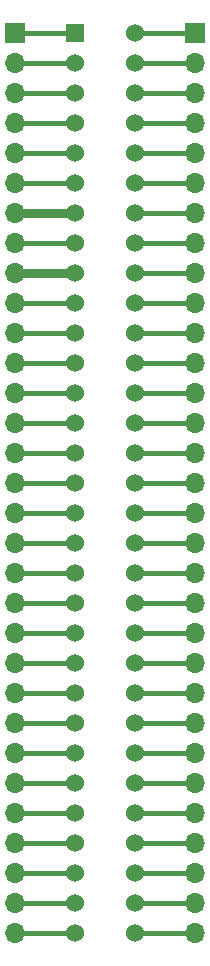
<source format=gbr>
%TF.GenerationSoftware,KiCad,Pcbnew,(5.1.8)-1*%
%TF.CreationDate,2020-12-26T11:11:33-07:00*%
%TF.ProjectId,ISA_BB,4953415f-4242-42e6-9b69-6361645f7063,rev?*%
%TF.SameCoordinates,Original*%
%TF.FileFunction,Copper,L2,Bot*%
%TF.FilePolarity,Positive*%
%FSLAX46Y46*%
G04 Gerber Fmt 4.6, Leading zero omitted, Abs format (unit mm)*
G04 Created by KiCad (PCBNEW (5.1.8)-1) date 2020-12-26 11:11:33*
%MOMM*%
%LPD*%
G01*
G04 APERTURE LIST*
%TA.AperFunction,ComponentPad*%
%ADD10O,1.700000X1.700000*%
%TD*%
%TA.AperFunction,ComponentPad*%
%ADD11R,1.700000X1.700000*%
%TD*%
%TA.AperFunction,ComponentPad*%
%ADD12R,1.524000X1.524000*%
%TD*%
%TA.AperFunction,ComponentPad*%
%ADD13C,1.524000*%
%TD*%
%TA.AperFunction,Conductor*%
%ADD14C,0.381000*%
%TD*%
%TA.AperFunction,Conductor*%
%ADD15C,0.762000*%
%TD*%
G04 APERTURE END LIST*
D10*
%TO.P,J1,31*%
%TO.N,Net-(J1-Pad31)*%
X160020000Y-137160000D03*
%TO.P,J1,30*%
%TO.N,Net-(J1-Pad30)*%
X160020000Y-134620000D03*
%TO.P,J1,29*%
%TO.N,Net-(J1-Pad29)*%
X160020000Y-132080000D03*
%TO.P,J1,28*%
%TO.N,Net-(J1-Pad28)*%
X160020000Y-129540000D03*
%TO.P,J1,27*%
%TO.N,Net-(J1-Pad27)*%
X160020000Y-127000000D03*
%TO.P,J1,26*%
%TO.N,Net-(J1-Pad26)*%
X160020000Y-124460000D03*
%TO.P,J1,25*%
%TO.N,Net-(J1-Pad25)*%
X160020000Y-121920000D03*
%TO.P,J1,24*%
%TO.N,Net-(J1-Pad24)*%
X160020000Y-119380000D03*
%TO.P,J1,23*%
%TO.N,Net-(J1-Pad23)*%
X160020000Y-116840000D03*
%TO.P,J1,22*%
%TO.N,Net-(J1-Pad22)*%
X160020000Y-114300000D03*
%TO.P,J1,21*%
%TO.N,Net-(J1-Pad21)*%
X160020000Y-111760000D03*
%TO.P,J1,20*%
%TO.N,Net-(J1-Pad20)*%
X160020000Y-109220000D03*
%TO.P,J1,19*%
%TO.N,Net-(J1-Pad19)*%
X160020000Y-106680000D03*
%TO.P,J1,18*%
%TO.N,Net-(J1-Pad18)*%
X160020000Y-104140000D03*
%TO.P,J1,17*%
%TO.N,Net-(J1-Pad17)*%
X160020000Y-101600000D03*
%TO.P,J1,16*%
%TO.N,Net-(J1-Pad16)*%
X160020000Y-99060000D03*
%TO.P,J1,15*%
%TO.N,Net-(J1-Pad15)*%
X160020000Y-96520000D03*
%TO.P,J1,14*%
%TO.N,Net-(J1-Pad14)*%
X160020000Y-93980000D03*
%TO.P,J1,13*%
%TO.N,Net-(J1-Pad13)*%
X160020000Y-91440000D03*
%TO.P,J1,12*%
%TO.N,Net-(J1-Pad12)*%
X160020000Y-88900000D03*
%TO.P,J1,11*%
%TO.N,Net-(J1-Pad11)*%
X160020000Y-86360000D03*
%TO.P,J1,10*%
%TO.N,Net-(J1-Pad10)*%
X160020000Y-83820000D03*
%TO.P,J1,9*%
%TO.N,Net-(J1-Pad9)*%
X160020000Y-81280000D03*
%TO.P,J1,8*%
%TO.N,Net-(J1-Pad8)*%
X160020000Y-78740000D03*
%TO.P,J1,7*%
%TO.N,Net-(J1-Pad7)*%
X160020000Y-76200000D03*
%TO.P,J1,6*%
%TO.N,Net-(J1-Pad6)*%
X160020000Y-73660000D03*
%TO.P,J1,5*%
%TO.N,Net-(J1-Pad5)*%
X160020000Y-71120000D03*
%TO.P,J1,4*%
%TO.N,Net-(J1-Pad4)*%
X160020000Y-68580000D03*
%TO.P,J1,3*%
%TO.N,Net-(J1-Pad3)*%
X160020000Y-66040000D03*
%TO.P,J1,2*%
%TO.N,Net-(J1-Pad2)*%
X160020000Y-63500000D03*
D11*
%TO.P,J1,1*%
%TO.N,Net-(J1-Pad1)*%
X160020000Y-60960000D03*
%TD*%
D12*
%TO.P,J2,1*%
%TO.N,Net-(J1-Pad1)*%
X165100000Y-60960000D03*
D13*
%TO.P,J2,2*%
%TO.N,Net-(J1-Pad2)*%
X165100000Y-63500000D03*
%TO.P,J2,3*%
%TO.N,Net-(J1-Pad3)*%
X165100000Y-66040000D03*
%TO.P,J2,4*%
%TO.N,Net-(J1-Pad4)*%
X165100000Y-68580000D03*
%TO.P,J2,5*%
%TO.N,Net-(J1-Pad5)*%
X165100000Y-71120000D03*
%TO.P,J2,6*%
%TO.N,Net-(J1-Pad6)*%
X165100000Y-73660000D03*
%TO.P,J2,7*%
%TO.N,Net-(J1-Pad7)*%
X165100000Y-76200000D03*
%TO.P,J2,8*%
%TO.N,Net-(J1-Pad8)*%
X165100000Y-78740000D03*
%TO.P,J2,9*%
%TO.N,Net-(J1-Pad9)*%
X165100000Y-81280000D03*
%TO.P,J2,10*%
%TO.N,Net-(J1-Pad10)*%
X165100000Y-83820000D03*
%TO.P,J2,11*%
%TO.N,Net-(J1-Pad11)*%
X165100000Y-86360000D03*
%TO.P,J2,12*%
%TO.N,Net-(J1-Pad12)*%
X165100000Y-88900000D03*
%TO.P,J2,13*%
%TO.N,Net-(J1-Pad13)*%
X165100000Y-91440000D03*
%TO.P,J2,14*%
%TO.N,Net-(J1-Pad14)*%
X165100000Y-93980000D03*
%TO.P,J2,15*%
%TO.N,Net-(J1-Pad15)*%
X165100000Y-96520000D03*
%TO.P,J2,16*%
%TO.N,Net-(J1-Pad16)*%
X165100000Y-99060000D03*
%TO.P,J2,17*%
%TO.N,Net-(J1-Pad17)*%
X165100000Y-101600000D03*
%TO.P,J2,18*%
%TO.N,Net-(J1-Pad18)*%
X165100000Y-104140000D03*
%TO.P,J2,19*%
%TO.N,Net-(J1-Pad19)*%
X165100000Y-106680000D03*
%TO.P,J2,20*%
%TO.N,Net-(J1-Pad20)*%
X165100000Y-109220000D03*
%TO.P,J2,21*%
%TO.N,Net-(J1-Pad21)*%
X165100000Y-111760000D03*
%TO.P,J2,22*%
%TO.N,Net-(J1-Pad22)*%
X165100000Y-114300000D03*
%TO.P,J2,23*%
%TO.N,Net-(J1-Pad23)*%
X165100000Y-116840000D03*
%TO.P,J2,24*%
%TO.N,Net-(J1-Pad24)*%
X165100000Y-119380000D03*
%TO.P,J2,25*%
%TO.N,Net-(J1-Pad25)*%
X165100000Y-121920000D03*
%TO.P,J2,26*%
%TO.N,Net-(J1-Pad26)*%
X165100000Y-124460000D03*
%TO.P,J2,27*%
%TO.N,Net-(J1-Pad27)*%
X165100000Y-127000000D03*
%TO.P,J2,28*%
%TO.N,Net-(J1-Pad28)*%
X165100000Y-129540000D03*
%TO.P,J2,29*%
%TO.N,Net-(J1-Pad29)*%
X165100000Y-132080000D03*
%TO.P,J2,30*%
%TO.N,Net-(J1-Pad30)*%
X165100000Y-134620000D03*
%TO.P,J2,31*%
%TO.N,Net-(J1-Pad31)*%
X165100000Y-137160000D03*
%TO.P,J2,32*%
%TO.N,Net-(J2-Pad32)*%
X170180000Y-60960000D03*
%TO.P,J2,33*%
%TO.N,Net-(J2-Pad33)*%
X170180000Y-63500000D03*
%TO.P,J2,34*%
%TO.N,Net-(J2-Pad34)*%
X170180000Y-66040000D03*
%TO.P,J2,35*%
%TO.N,Net-(J2-Pad35)*%
X170180000Y-68580000D03*
%TO.P,J2,36*%
%TO.N,Net-(J2-Pad36)*%
X170180000Y-71120000D03*
%TO.P,J2,37*%
%TO.N,Net-(J2-Pad37)*%
X170180000Y-73660000D03*
%TO.P,J2,38*%
%TO.N,Net-(J2-Pad38)*%
X170180000Y-76200000D03*
%TO.P,J2,39*%
%TO.N,Net-(J2-Pad39)*%
X170180000Y-78740000D03*
%TO.P,J2,40*%
%TO.N,Net-(J2-Pad40)*%
X170180000Y-81280000D03*
%TO.P,J2,41*%
%TO.N,Net-(J2-Pad41)*%
X170180000Y-83820000D03*
%TO.P,J2,42*%
%TO.N,Net-(J2-Pad42)*%
X170180000Y-86360000D03*
%TO.P,J2,43*%
%TO.N,Net-(J2-Pad43)*%
X170180000Y-88900000D03*
%TO.P,J2,44*%
%TO.N,Net-(J2-Pad44)*%
X170180000Y-91440000D03*
%TO.P,J2,45*%
%TO.N,Net-(J2-Pad45)*%
X170180000Y-93980000D03*
%TO.P,J2,46*%
%TO.N,Net-(J2-Pad46)*%
X170180000Y-96520000D03*
%TO.P,J2,47*%
%TO.N,Net-(J2-Pad47)*%
X170180000Y-99060000D03*
%TO.P,J2,48*%
%TO.N,Net-(J2-Pad48)*%
X170180000Y-101600000D03*
%TO.P,J2,49*%
%TO.N,Net-(J2-Pad49)*%
X170180000Y-104140000D03*
%TO.P,J2,50*%
%TO.N,Net-(J2-Pad50)*%
X170180000Y-106680000D03*
%TO.P,J2,51*%
%TO.N,Net-(J2-Pad51)*%
X170180000Y-109220000D03*
%TO.P,J2,52*%
%TO.N,Net-(J2-Pad52)*%
X170180000Y-111760000D03*
%TO.P,J2,53*%
%TO.N,Net-(J2-Pad53)*%
X170180000Y-114300000D03*
%TO.P,J2,54*%
%TO.N,Net-(J2-Pad54)*%
X170180000Y-116840000D03*
%TO.P,J2,55*%
%TO.N,Net-(J2-Pad55)*%
X170180000Y-119380000D03*
%TO.P,J2,56*%
%TO.N,Net-(J2-Pad56)*%
X170180000Y-121920000D03*
%TO.P,J2,57*%
%TO.N,Net-(J2-Pad57)*%
X170180000Y-124460000D03*
%TO.P,J2,58*%
%TO.N,Net-(J2-Pad58)*%
X170180000Y-127000000D03*
%TO.P,J2,59*%
%TO.N,Net-(J2-Pad59)*%
X170180000Y-129540000D03*
%TO.P,J2,60*%
%TO.N,Net-(J2-Pad60)*%
X170180000Y-132080000D03*
%TO.P,J2,61*%
%TO.N,Net-(J2-Pad61)*%
X170180000Y-134620000D03*
%TO.P,J2,62*%
%TO.N,Net-(J2-Pad62)*%
X170180000Y-137160000D03*
%TD*%
D11*
%TO.P,J3,1*%
%TO.N,Net-(J2-Pad32)*%
X175260000Y-60960000D03*
D10*
%TO.P,J3,2*%
%TO.N,Net-(J2-Pad33)*%
X175260000Y-63500000D03*
%TO.P,J3,3*%
%TO.N,Net-(J2-Pad34)*%
X175260000Y-66040000D03*
%TO.P,J3,4*%
%TO.N,Net-(J2-Pad35)*%
X175260000Y-68580000D03*
%TO.P,J3,5*%
%TO.N,Net-(J2-Pad36)*%
X175260000Y-71120000D03*
%TO.P,J3,6*%
%TO.N,Net-(J2-Pad37)*%
X175260000Y-73660000D03*
%TO.P,J3,7*%
%TO.N,Net-(J2-Pad38)*%
X175260000Y-76200000D03*
%TO.P,J3,8*%
%TO.N,Net-(J2-Pad39)*%
X175260000Y-78740000D03*
%TO.P,J3,9*%
%TO.N,Net-(J2-Pad40)*%
X175260000Y-81280000D03*
%TO.P,J3,10*%
%TO.N,Net-(J2-Pad41)*%
X175260000Y-83820000D03*
%TO.P,J3,11*%
%TO.N,Net-(J2-Pad42)*%
X175260000Y-86360000D03*
%TO.P,J3,12*%
%TO.N,Net-(J2-Pad43)*%
X175260000Y-88900000D03*
%TO.P,J3,13*%
%TO.N,Net-(J2-Pad44)*%
X175260000Y-91440000D03*
%TO.P,J3,14*%
%TO.N,Net-(J2-Pad45)*%
X175260000Y-93980000D03*
%TO.P,J3,15*%
%TO.N,Net-(J2-Pad46)*%
X175260000Y-96520000D03*
%TO.P,J3,16*%
%TO.N,Net-(J2-Pad47)*%
X175260000Y-99060000D03*
%TO.P,J3,17*%
%TO.N,Net-(J2-Pad48)*%
X175260000Y-101600000D03*
%TO.P,J3,18*%
%TO.N,Net-(J2-Pad49)*%
X175260000Y-104140000D03*
%TO.P,J3,19*%
%TO.N,Net-(J2-Pad50)*%
X175260000Y-106680000D03*
%TO.P,J3,20*%
%TO.N,Net-(J2-Pad51)*%
X175260000Y-109220000D03*
%TO.P,J3,21*%
%TO.N,Net-(J2-Pad52)*%
X175260000Y-111760000D03*
%TO.P,J3,22*%
%TO.N,Net-(J2-Pad53)*%
X175260000Y-114300000D03*
%TO.P,J3,23*%
%TO.N,Net-(J2-Pad54)*%
X175260000Y-116840000D03*
%TO.P,J3,24*%
%TO.N,Net-(J2-Pad55)*%
X175260000Y-119380000D03*
%TO.P,J3,25*%
%TO.N,Net-(J2-Pad56)*%
X175260000Y-121920000D03*
%TO.P,J3,26*%
%TO.N,Net-(J2-Pad57)*%
X175260000Y-124460000D03*
%TO.P,J3,27*%
%TO.N,Net-(J2-Pad58)*%
X175260000Y-127000000D03*
%TO.P,J3,28*%
%TO.N,Net-(J2-Pad59)*%
X175260000Y-129540000D03*
%TO.P,J3,29*%
%TO.N,Net-(J2-Pad60)*%
X175260000Y-132080000D03*
%TO.P,J3,30*%
%TO.N,Net-(J2-Pad61)*%
X175260000Y-134620000D03*
%TO.P,J3,31*%
%TO.N,Net-(J2-Pad62)*%
X175260000Y-137160000D03*
%TD*%
D14*
%TO.N,Net-(J1-Pad31)*%
X160020000Y-137160000D02*
X165100000Y-137160000D01*
%TO.N,Net-(J1-Pad30)*%
X160020000Y-134620000D02*
X165100000Y-134620000D01*
%TO.N,Net-(J1-Pad29)*%
X160020000Y-132080000D02*
X165100000Y-132080000D01*
%TO.N,Net-(J1-Pad28)*%
X160020000Y-129540000D02*
X165100000Y-129540000D01*
%TO.N,Net-(J1-Pad27)*%
X160020000Y-127000000D02*
X165100000Y-127000000D01*
%TO.N,Net-(J1-Pad26)*%
X160020000Y-124460000D02*
X165100000Y-124460000D01*
%TO.N,Net-(J1-Pad25)*%
X160020000Y-121920000D02*
X165100000Y-121920000D01*
%TO.N,Net-(J1-Pad24)*%
X160020000Y-119380000D02*
X165100000Y-119380000D01*
%TO.N,Net-(J1-Pad23)*%
X160020000Y-116840000D02*
X165100000Y-116840000D01*
%TO.N,Net-(J1-Pad22)*%
X160020000Y-114300000D02*
X165100000Y-114300000D01*
%TO.N,Net-(J1-Pad21)*%
X160020000Y-111760000D02*
X165100000Y-111760000D01*
%TO.N,Net-(J1-Pad20)*%
X159893000Y-109220000D02*
X164973000Y-109220000D01*
%TO.N,Net-(J1-Pad19)*%
X159893000Y-106680000D02*
X164973000Y-106680000D01*
%TO.N,Net-(J1-Pad18)*%
X159893000Y-104140000D02*
X164973000Y-104140000D01*
%TO.N,Net-(J1-Pad17)*%
X159893000Y-101600000D02*
X164973000Y-101600000D01*
%TO.N,Net-(J1-Pad16)*%
X159893000Y-99060000D02*
X164973000Y-99060000D01*
%TO.N,Net-(J1-Pad15)*%
X159893000Y-96520000D02*
X164973000Y-96520000D01*
%TO.N,Net-(J1-Pad14)*%
X159893000Y-93980000D02*
X164973000Y-93980000D01*
%TO.N,Net-(J1-Pad13)*%
X159893000Y-91440000D02*
X164973000Y-91440000D01*
%TO.N,Net-(J1-Pad12)*%
X160020000Y-88900000D02*
X165100000Y-88900000D01*
%TO.N,Net-(J1-Pad11)*%
X160020000Y-86360000D02*
X165100000Y-86360000D01*
%TO.N,Net-(J1-Pad10)*%
X160020000Y-83820000D02*
X165100000Y-83820000D01*
D15*
%TO.N,Net-(J1-Pad9)*%
X160020000Y-81280000D02*
X165100000Y-81280000D01*
D14*
%TO.N,Net-(J1-Pad8)*%
X160020000Y-78740000D02*
X165100000Y-78740000D01*
D15*
%TO.N,Net-(J1-Pad7)*%
X160020000Y-76200000D02*
X165100000Y-76200000D01*
D14*
%TO.N,Net-(J1-Pad6)*%
X160020000Y-73660000D02*
X165100000Y-73660000D01*
%TO.N,Net-(J1-Pad5)*%
X160020000Y-71120000D02*
X165100000Y-71120000D01*
%TO.N,Net-(J1-Pad4)*%
X160020000Y-68580000D02*
X165100000Y-68580000D01*
%TO.N,Net-(J1-Pad3)*%
X160020000Y-66040000D02*
X165100000Y-66040000D01*
%TO.N,Net-(J1-Pad2)*%
X160020000Y-63500000D02*
X165100000Y-63500000D01*
%TO.N,Net-(J1-Pad1)*%
X160020000Y-60960000D02*
X165100000Y-60960000D01*
%TO.N,Net-(J2-Pad32)*%
X170180000Y-60960000D02*
X175260000Y-60960000D01*
%TO.N,Net-(J2-Pad33)*%
X170180000Y-63500000D02*
X175260000Y-63500000D01*
%TO.N,Net-(J2-Pad34)*%
X170180000Y-66040000D02*
X175260000Y-66040000D01*
%TO.N,Net-(J2-Pad35)*%
X170180000Y-68580000D02*
X175260000Y-68580000D01*
%TO.N,Net-(J2-Pad36)*%
X170180000Y-71120000D02*
X175260000Y-71120000D01*
%TO.N,Net-(J2-Pad37)*%
X170180000Y-73660000D02*
X175260000Y-73660000D01*
%TO.N,Net-(J2-Pad38)*%
X170180000Y-76200000D02*
X175260000Y-76200000D01*
%TO.N,Net-(J2-Pad39)*%
X170180000Y-78740000D02*
X175260000Y-78740000D01*
%TO.N,Net-(J2-Pad40)*%
X170180000Y-81280000D02*
X175260000Y-81280000D01*
%TO.N,Net-(J2-Pad41)*%
X170180000Y-83820000D02*
X175260000Y-83820000D01*
%TO.N,Net-(J2-Pad42)*%
X170180000Y-86360000D02*
X175260000Y-86360000D01*
%TO.N,Net-(J2-Pad43)*%
X170180000Y-88900000D02*
X175260000Y-88900000D01*
%TO.N,Net-(J2-Pad44)*%
X170053000Y-91440000D02*
X175133000Y-91440000D01*
%TO.N,Net-(J2-Pad45)*%
X170053000Y-93980000D02*
X175133000Y-93980000D01*
%TO.N,Net-(J2-Pad46)*%
X170053000Y-96520000D02*
X175133000Y-96520000D01*
%TO.N,Net-(J2-Pad47)*%
X170053000Y-99060000D02*
X175133000Y-99060000D01*
%TO.N,Net-(J2-Pad48)*%
X170053000Y-101600000D02*
X175133000Y-101600000D01*
%TO.N,Net-(J2-Pad49)*%
X170053000Y-104140000D02*
X175133000Y-104140000D01*
%TO.N,Net-(J2-Pad50)*%
X170053000Y-106680000D02*
X175133000Y-106680000D01*
%TO.N,Net-(J2-Pad51)*%
X170053000Y-109220000D02*
X175133000Y-109220000D01*
%TO.N,Net-(J2-Pad52)*%
X170180000Y-111760000D02*
X175260000Y-111760000D01*
%TO.N,Net-(J2-Pad53)*%
X170180000Y-114300000D02*
X175260000Y-114300000D01*
%TO.N,Net-(J2-Pad54)*%
X170180000Y-116840000D02*
X175260000Y-116840000D01*
%TO.N,Net-(J2-Pad55)*%
X170180000Y-119380000D02*
X175260000Y-119380000D01*
%TO.N,Net-(J2-Pad56)*%
X170180000Y-121920000D02*
X175260000Y-121920000D01*
%TO.N,Net-(J2-Pad57)*%
X170180000Y-124460000D02*
X175260000Y-124460000D01*
%TO.N,Net-(J2-Pad58)*%
X170180000Y-127000000D02*
X175260000Y-127000000D01*
%TO.N,Net-(J2-Pad59)*%
X170180000Y-129540000D02*
X175260000Y-129540000D01*
%TO.N,Net-(J2-Pad60)*%
X170180000Y-132080000D02*
X175260000Y-132080000D01*
%TO.N,Net-(J2-Pad61)*%
X170180000Y-134620000D02*
X175260000Y-134620000D01*
%TO.N,Net-(J2-Pad62)*%
X170180000Y-137160000D02*
X175260000Y-137160000D01*
%TD*%
M02*

</source>
